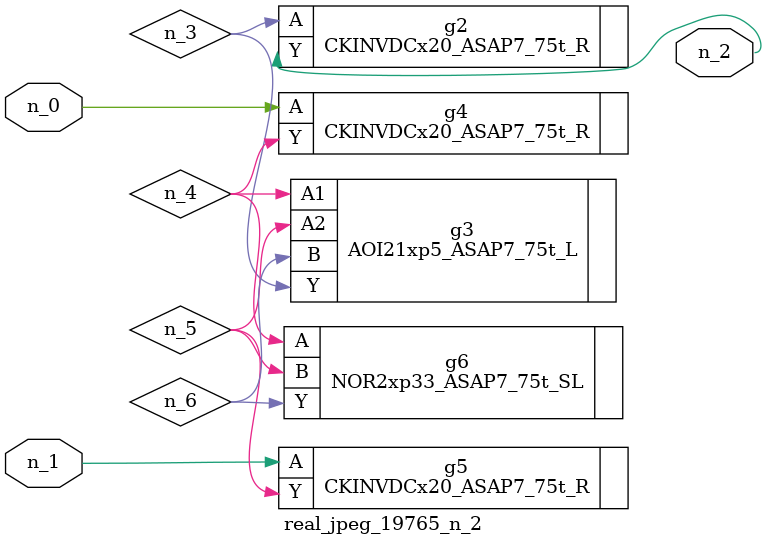
<source format=v>
module real_jpeg_19765_n_2 (n_1, n_0, n_2);

input n_1;
input n_0;

output n_2;

wire n_5;
wire n_4;
wire n_6;
wire n_3;

CKINVDCx20_ASAP7_75t_R g4 ( 
.A(n_0),
.Y(n_4)
);

CKINVDCx20_ASAP7_75t_R g5 ( 
.A(n_1),
.Y(n_5)
);

CKINVDCx20_ASAP7_75t_R g2 ( 
.A(n_3),
.Y(n_2)
);

AOI21xp5_ASAP7_75t_L g3 ( 
.A1(n_4),
.A2(n_5),
.B(n_6),
.Y(n_3)
);

NOR2xp33_ASAP7_75t_SL g6 ( 
.A(n_4),
.B(n_5),
.Y(n_6)
);


endmodule
</source>
